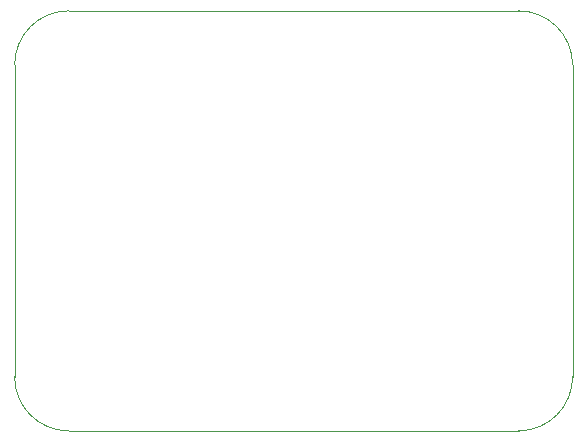
<source format=gbr>
%TF.GenerationSoftware,KiCad,Pcbnew,(6.0.1)*%
%TF.CreationDate,2022-01-30T10:27:48+01:00*%
%TF.ProjectId,4led,346c6564-2e6b-4696-9361-645f70636258,rev?*%
%TF.SameCoordinates,Original*%
%TF.FileFunction,Profile,NP*%
%FSLAX46Y46*%
G04 Gerber Fmt 4.6, Leading zero omitted, Abs format (unit mm)*
G04 Created by KiCad (PCBNEW (6.0.1)) date 2022-01-30 10:27:48*
%MOMM*%
%LPD*%
G01*
G04 APERTURE LIST*
%TA.AperFunction,Profile*%
%ADD10C,0.100000*%
%TD*%
G04 APERTURE END LIST*
D10*
X113284000Y-51308000D02*
G75*
G03*
X108712000Y-46736000I-4572001J-1D01*
G01*
X108712000Y-82296000D02*
G75*
G03*
X113284000Y-77724000I-1J4572001D01*
G01*
X66040000Y-51308000D02*
X66040000Y-77724000D01*
X70612000Y-46736000D02*
G75*
G03*
X66040000Y-51308000I1J-4572001D01*
G01*
X66040000Y-77724000D02*
G75*
G03*
X70612000Y-82296000I4572001J1D01*
G01*
X70612000Y-46736000D02*
X108712000Y-46736000D01*
X70612000Y-82296000D02*
X108712000Y-82296000D01*
X113284000Y-51308000D02*
X113284000Y-77724000D01*
M02*

</source>
